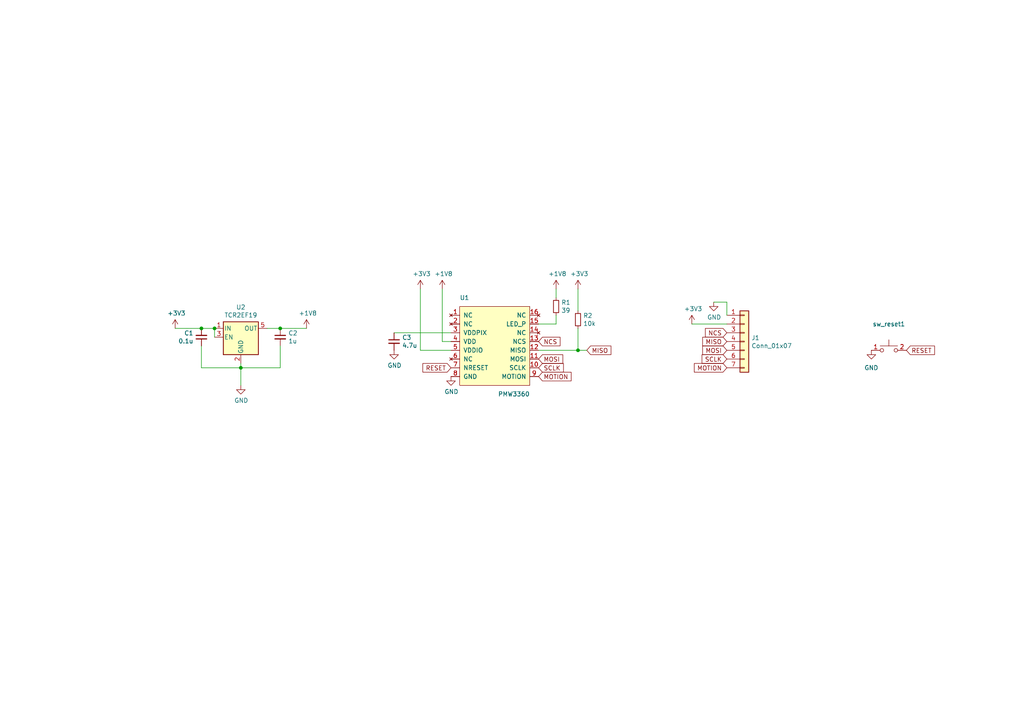
<source format=kicad_sch>
(kicad_sch (version 20211123) (generator eeschema)
  (paper "A4")
  (lib_symbols
    (symbol "Connector_Generic:Conn_01x07" (pin_names (offset 1.016) hide)
      (property "Reference" "J" (at 0 10.16 0))
      (property "Value" "Conn_01x07" (at 0 -10.16 0))
      (symbol "Conn_01x07_1_1"
        (rectangle (start -1.27 -7.493) (end 0 -7.747) (stroke (width 0.1524)))
        (rectangle (start -1.27 -4.953) (end 0 -5.207) (stroke (width 0.1524)))
        (rectangle (start -1.27 -2.413) (end 0 -2.667) (stroke (width 0.1524)))
        (rectangle (start -1.27 0.127) (end 0 -0.127) (stroke (width 0.1524)))
        (rectangle (start -1.27 2.667) (end 0 2.413) (stroke (width 0.1524)))
        (rectangle (start -1.27 5.207) (end 0 4.953) (stroke (width 0.1524)))
        (rectangle (start -1.27 7.747) (end 0 7.493) (stroke (width 0.1524)))
        (rectangle (start -1.27 8.89) (end 1.27 -8.89) (stroke (width 0.254)) (fill (type background)))
        (pin passive line (at -5.08 7.62 0) (length 3.81) (name "Pin_1") (number "1"))
        (pin passive line (at -5.08 5.08 0) (length 3.81) (name "Pin_2") (number "2"))
        (pin passive line (at -5.08 2.54 0) (length 3.81) (name "Pin_3") (number "3"))
        (pin passive line (at -5.08 0 0) (length 3.81) (name "Pin_4") (number "4"))
        (pin passive line (at -5.08 -2.54 0) (length 3.81) (name "Pin_5") (number "5"))
        (pin passive line (at -5.08 -5.08 0) (length 3.81) (name "Pin_6") (number "6"))
        (pin passive line (at -5.08 -7.62 0) (length 3.81) (name "Pin_7") (number "7"))
      )
    )
    (symbol "Device:C_Small" (pin_numbers hide) (pin_names (offset 0.254) hide)
      (property "Reference" "C" (at 0.254 1.778 0))
      (property "Value" "C_Small" (at 0.254 -2.032 0))
      (symbol "C_Small_0_1"
        (polyline (pts (xy -1.524 -0.508) (xy 1.524 -0.508)) (stroke (width 0.3302)))
        (polyline (pts (xy -1.524 0.508) (xy 1.524 0.508)) (stroke (width 0.3048)))
      )
      (symbol "C_Small_1_1"
        (pin passive line (at 0 2.54 270) (length 2.032) (name "~") (number "1"))
        (pin passive line (at 0 -2.54 90) (length 2.032) (name "~") (number "2"))
      )
    )
    (symbol "Device:R_Small" (pin_numbers hide) (pin_names (offset 0.254) hide)
      (property "Reference" "R" (at 0.762 0.508 0))
      (property "Value" "R_Small" (at 0.762 -1.016 0))
      (symbol "R_Small_0_1"
        (rectangle (start -0.762 1.778) (end 0.762 -1.778) (stroke (width 0.2032)))
      )
      (symbol "R_Small_1_1"
        (pin passive line (at 0 2.54 270) (length 0.762) (name "~") (number "1"))
        (pin passive line (at 0 -2.54 90) (length 0.762) (name "~") (number "2"))
      )
    )
    (symbol "PMW3360:PMW3360" (pin_names (offset 1.016))
      (property "Reference" "U" (at -10.16 15.24 0))
      (property "Value" "PMW3360" (at 10.16 -12.7 0))
      (symbol "PMW3360_0_0"
        (pin no_connect line (at -12.7 10.16 0) (length 2.54) (name "NC") (number "1"))
        (pin unspecified line (at 12.7 -5.08 180) (length 2.54) (name "SCLK") (number "10"))
        (pin unspecified line (at 12.7 -2.54 180) (length 2.54) (name "MOSI") (number "11"))
        (pin unspecified line (at 12.7 0 180) (length 2.54) (name "MISO") (number "12"))
        (pin unspecified line (at 12.7 2.54 180) (length 2.54) (name "NCS") (number "13"))
        (pin no_connect line (at 12.7 5.08 180) (length 2.54) (name "NC") (number "14"))
        (pin unspecified line (at 12.7 7.62 180) (length 2.54) (name "LED_P") (number "15"))
        (pin no_connect line (at 12.7 10.16 180) (length 2.54) (name "NC") (number "16"))
        (pin no_connect line (at -12.7 7.62 0) (length 2.54) (name "NC") (number "2"))
        (pin unspecified line (at -12.7 5.08 0) (length 2.54) (name "VDDPIX") (number "3"))
        (pin unspecified line (at -12.7 2.54 0) (length 2.54) (name "VDD") (number "4"))
        (pin unspecified line (at -12.7 0 0) (length 2.54) (name "VDDIO") (number "5"))
        (pin no_connect line (at -12.7 -2.54 0) (length 2.54) (name "NC") (number "6"))
        (pin unspecified line (at -12.7 -5.08 0) (length 2.54) (name "NRESET") (number "7"))
        (pin unspecified line (at -12.7 -7.62 0) (length 2.54) (name "GND") (number "8"))
        (pin unspecified line (at 12.7 -7.62 180) (length 2.54) (name "MOTION") (number "9"))
      )
      (symbol "PMW3360_0_1"
        (rectangle (start -10.16 12.7) (end 10.16 -10.16) (fill (type background)))
      )
    )
    (symbol "Regulator_Linear:TLV70218_SOT23-5" (pin_names (offset 0.254))
      (property "Reference" "U" (at -3.81 5.715 0))
      (property "Value" "TLV70218_SOT23-5" (at 0 5.715 0))
      (symbol "TLV70218_SOT23-5_0_1"
        (rectangle (start -5.08 4.445) (end 5.08 -5.08) (stroke (width 0.254)) (fill (type background)))
      )
      (symbol "TLV70218_SOT23-5_1_1"
        (pin power_in line (at -7.62 2.54 0) (length 2.54) (name "IN") (number "1"))
        (pin power_in line (at 0 -7.62 90) (length 2.54) (name "GND") (number "2"))
        (pin input line (at -7.62 0 0) (length 2.54) (name "EN") (number "3"))
        (pin no_connect line (at 5.08 0 180) (length 2.54) hide (name "NC") (number "4"))
        (pin power_out line (at 7.62 2.54 180) (length 2.54) (name "OUT") (number "5"))
      )
    )
    (symbol "mysymbol:SW_RESET-kbd" (pin_names (offset 1.016) hide)
      (property "Reference" "RSW?" (at 0 7.239 0))
      (property "Value" "SW_RESET-kbd" (at 0 4.9276 0))
      (symbol "SW_RESET-kbd_0_1"
        (circle (center -2.032 0) (radius 0.508))
        (polyline (pts (xy 0 1.27) (xy 0 3.048)))
        (polyline (pts (xy 2.54 1.27) (xy -2.54 1.27)))
        (circle (center 2.032 0) (radius 0.508))
        (pin passive line (at -5.08 0 0) (length 2.54) (name "1") (number "1"))
        (pin passive line (at 5.08 0 180) (length 2.54) (name "2") (number "2"))
      )
    )
    (symbol "power:+1V8" (power) (pin_names (offset 0))
      (property "Value" "+1V8" (at 0 3.556 0))
      (symbol "+1V8_0_1"
        (polyline (pts (xy -0.762 1.27) (xy 0 2.54)))
        (polyline (pts (xy 0 0) (xy 0 2.54)))
        (polyline (pts (xy 0 2.54) (xy 0.762 1.27)))
      )
      (symbol "+1V8_1_1"
        (pin power_in line (at 0 0 90) (length 0) hide (name "+1V8") (number "1"))
      )
    )
    (symbol "power:+3V3" (power) (pin_names (offset 0))
      (property "Value" "+3V3" (at 0 3.556 0))
      (symbol "+3V3_0_1"
        (polyline (pts (xy -0.762 1.27) (xy 0 2.54)))
        (polyline (pts (xy 0 0) (xy 0 2.54)))
        (polyline (pts (xy 0 2.54) (xy 0.762 1.27)))
      )
      (symbol "+3V3_1_1"
        (pin power_in line (at 0 0 90) (length 0) hide (name "+3V3") (number "1"))
      )
    )
    (symbol "power:GND" (power) (pin_names (offset 0))
      (property "Value" "GND" (at 0 -3.81 0))
      (symbol "GND_0_1"
        (polyline (pts (xy 0 0) (xy 0 -1.27) (xy 1.27 -1.27) (xy 0 -2.54) (xy -1.27 -1.27) (xy 0 -1.27)))
      )
      (symbol "GND_1_1"
        (pin power_in line (at 0 0 270) (length 0) hide (name "GND") (number "1"))
      )
    )
  )
  (junction (at 58.42 95.25))
  (junction (at 167.64 101.6))
  (junction (at 69.85 106.68))
  (junction (at 81.28 95.25))
  (junction (at 62.23 95.25))
  (wire (pts (xy 69.85 105.41) (xy 69.85 106.68)))
  (wire (pts (xy 81.28 100.33) (xy 81.28 106.68)))
  (wire (pts (xy 58.42 106.68) (xy 69.85 106.68)))
  (wire (pts (xy 167.64 95.25) (xy 167.64 101.6)))
  (wire (pts (xy 156.21 93.98) (xy 161.29 93.98)))
  (wire (pts (xy 69.85 106.68) (xy 69.85 111.76)))
  (wire (pts (xy 130.81 101.6) (xy 121.92 101.6)))
  (wire (pts (xy 81.28 106.68) (xy 69.85 106.68)))
  (wire (pts (xy 121.92 101.6) (xy 121.92 83.82)))
  (wire (pts (xy 88.9 95.25) (xy 81.28 95.25)))
  (wire (pts (xy 62.23 97.79) (xy 62.23 95.25)))
  (wire (pts (xy 210.82 87.63) (xy 207.01 87.63)))
  (wire (pts (xy 167.64 101.6) (xy 170.18 101.6)))
  (wire (pts (xy 58.42 95.25) (xy 62.23 95.25)))
  (wire (pts (xy 128.27 99.06) (xy 128.27 83.82)))
  (wire (pts (xy 161.29 93.98) (xy 161.29 91.44)))
  (wire (pts (xy 58.42 100.33) (xy 58.42 106.68)))
  (wire (pts (xy 210.82 91.44) (xy 210.82 87.63)))
  (wire (pts (xy 167.64 83.82) (xy 167.64 90.17)))
  (wire (pts (xy 130.81 99.06) (xy 128.27 99.06)))
  (wire (pts (xy 156.21 101.6) (xy 167.64 101.6)))
  (wire (pts (xy 50.8 95.25) (xy 58.42 95.25)))
  (wire (pts (xy 114.3 96.52) (xy 130.81 96.52)))
  (wire (pts (xy 161.29 86.36) (xy 161.29 83.82)))
  (wire (pts (xy 200.66 93.98) (xy 210.82 93.98)))
  (wire (pts (xy 77.47 95.25) (xy 81.28 95.25)))
  (global_label "SCLK" (shape input) (at 210.82 104.14 180) (property "Intersheet References" "${INTERSHEET_REFS}" (effects hide)))
  (global_label "MOSI" (shape input) (at 156.21 104.14 0) (property "Intersheet References" "${INTERSHEET_REFS}" (effects hide)))
  (global_label "RESET" (shape input) (at 130.81 106.68 180) (property "Intersheet References" "${INTERSHEET_REFS}" (effects hide)))
  (global_label "NCS" (shape input) (at 156.21 99.06 0) (property "Intersheet References" "${INTERSHEET_REFS}" (effects hide)))
  (global_label "MOTION" (shape input) (at 210.82 106.68 180) (property "Intersheet References" "${INTERSHEET_REFS}" (effects hide)))
  (global_label "MOTION" (shape input) (at 156.21 109.22 0) (property "Intersheet References" "${INTERSHEET_REFS}" (effects hide)))
  (global_label "SCLK" (shape input) (at 156.21 106.68 0) (property "Intersheet References" "${INTERSHEET_REFS}" (effects hide)))
  (global_label "MISO" (shape input) (at 210.82 99.06 180) (property "Intersheet References" "${INTERSHEET_REFS}" (effects hide)))
  (global_label "MOSI" (shape input) (at 210.82 101.6 180) (property "Intersheet References" "${INTERSHEET_REFS}" (effects hide)))
  (global_label "RESET" (shape input) (at 262.89 101.6 0) (property "Intersheet References" "${INTERSHEET_REFS}" (effects hide)))
  (global_label "MISO" (shape input) (at 170.18 101.6 0) (property "Intersheet References" "${INTERSHEET_REFS}" (effects hide)))
  (global_label "NCS" (shape input) (at 210.82 96.52 180) (property "Intersheet References" "${INTERSHEET_REFS}" (effects hide)))
  (symbol (lib_id "PMW3360:PMW3360") (at 143.51 101.6 0) (unit 1)
    (property "Reference" "U1" (at 133.35 86.36 0) (effects (justify left)))
    (property "Value" "PMW3360" (at 153.67 114.3 0) (effects (justify right)))
    (property "Footprint" "PMW3360:PMW3360" (effects hide))
  )
  (symbol (lib_id "Regulator_Linear:TLV70218_SOT23-5") (at 69.85 97.79 0) (unit 1)
    (property "Reference" "U2" (at 69.85 89.1032 0))
    (property "Value" "TCR2EF19" (at 69.85 91.4146 0))
    (property "Footprint" "Package_TO_SOT_SMD:SOT-23-5" (effects hide))
    (property "LCSC" "C146366" (effects hide))
  )
  (symbol (lib_id "Connector_Generic:Conn_01x07") (at 215.9 99.06 0) (unit 1)
    (property "Reference" "J1" (at 217.932 97.9932 0) (effects (justify left)))
    (property "Value" "Conn_01x07" (at 217.932 100.3046 0) (effects (justify left)))
    (property "Footprint" "Connector_PinHeader_2.54mm:PinHeader_1x07_P2.54mm_Vertical" (effects hide))
  )
  (symbol (lib_id "Device:C_Small") (at 81.28 97.79 0) (unit 1)
    (property "Reference" "C2" (at 83.6168 96.6216 0) (effects (justify left)))
    (property "Value" "1u" (at 83.6168 98.933 0) (effects (justify left)))
    (property "Footprint" "Capacitor_SMD:C_0603_1608Metric" (effects hide))
    (property "LCSC" "C15849" (effects hide))
  )
  (symbol (lib_id "Device:C_Small") (at 58.42 97.79 0) (mirror x) (unit 1)
    (property "Reference" "C1" (at 56.1086 96.6216 0) (effects (justify right)))
    (property "Value" "0.1u" (at 56.1086 98.933 0) (effects (justify right)))
    (property "Footprint" "Capacitor_SMD:C_0603_1608Metric" (effects hide))
    (property "LCSC" "C14663" (effects hide))
  )
  (symbol (lib_id "power:GND") (at 69.85 111.76 0) (unit 1)
    (property "Reference" "#PWR0101" (effects hide))
    (property "Value" "GND" (at 69.977 116.1542 0))
  )
  (symbol (lib_id "power:+1V8") (at 88.9 95.25 0) (unit 1)
    (property "Reference" "#PWR0102" (effects hide))
    (property "Value" "+1V8" (at 89.281 90.8558 0))
  )
  (symbol (lib_id "Device:C_Small") (at 114.3 99.06 0) (unit 1)
    (property "Reference" "C3" (at 116.6368 97.8916 0) (effects (justify left)))
    (property "Value" "4.7u" (at 116.6368 100.203 0) (effects (justify left)))
    (property "Footprint" "Capacitor_SMD:C_0603_1608Metric" (effects hide))
    (property "LCSC" "C19666" (effects hide))
  )
  (symbol (lib_id "power:GND") (at 114.3 101.6 0) (unit 1)
    (property "Reference" "#PWR0103" (effects hide))
    (property "Value" "GND" (at 114.427 105.9942 0))
  )
  (symbol (lib_id "power:+3V3") (at 50.8 95.25 0) (unit 1)
    (property "Reference" "#PWR0104" (effects hide))
    (property "Value" "+3V3" (at 51.181 90.8558 0))
  )
  (symbol (lib_id "power:+3V3") (at 121.92 83.82 0) (unit 1)
    (property "Reference" "#PWR0105" (effects hide))
    (property "Value" "+3V3" (at 122.301 79.4258 0))
  )
  (symbol (lib_id "power:+1V8") (at 128.27 83.82 0) (unit 1)
    (property "Reference" "#PWR0106" (effects hide))
    (property "Value" "+1V8" (at 128.651 79.4258 0))
  )
  (symbol (lib_id "power:GND") (at 130.81 109.22 0) (unit 1)
    (property "Reference" "#PWR0107" (effects hide))
    (property "Value" "GND" (at 130.937 113.6142 0))
  )
  (symbol (lib_id "power:+3V3") (at 200.66 93.98 0) (unit 1)
    (property "Reference" "#PWR0108" (effects hide))
    (property "Value" "+3V3" (at 201.041 89.5858 0))
  )
  (symbol (lib_id "power:GND") (at 207.01 87.63 0) (unit 1)
    (property "Reference" "#PWR0109" (effects hide))
    (property "Value" "GND" (at 207.137 92.0242 0))
  )
  (symbol (lib_id "Device:R_Small") (at 167.64 92.71 0) (unit 1)
    (property "Reference" "R2" (at 169.1386 91.5416 0) (effects (justify left)))
    (property "Value" "10k" (at 169.1386 93.853 0) (effects (justify left)))
    (property "Footprint" "Resistor_SMD:R_0603_1608Metric" (effects hide))
    (property "LCSC" "C25804" (effects hide))
  )
  (symbol (lib_id "power:+3V3") (at 167.64 83.82 0) (unit 1)
    (property "Reference" "#PWR0110" (effects hide))
    (property "Value" "+3V3" (at 168.021 79.4258 0))
  )
  (symbol (lib_id "power:+1V8") (at 161.29 83.82 0) (unit 1)
    (property "Reference" "#PWR0111" (effects hide))
    (property "Value" "+1V8" (at 161.671 79.4258 0))
  )
  (symbol (lib_id "Device:R_Small") (at 161.29 88.9 0) (unit 1)
    (property "Reference" "R1" (at 162.7886 87.7316 0) (effects (justify left)))
    (property "Value" "39" (at 162.7886 90.043 0) (effects (justify left)))
    (property "Footprint" "Resistor_SMD:R_0603_1608Metric" (effects hide))
    (property "LCSC" "C137733" (effects hide))
  )
  (symbol (lib_id "mysymbol:SW_RESET-kbd") (at 257.81 101.6 0) (unit 1)
    (property "Reference" "sw_reset1" (at 257.81 93.98 0))
    (property "Value" "SW_RESET-kbd" (effects hide))
    (property "Footprint" "mylib:SW_B3U-1000P_reversible" (effects hide))
  )
  (symbol (lib_id "power:GND") (at 252.73 101.6 0) (unit 1)
    (property "Reference" "#PWR0112" (effects hide))
    (property "Value" "GND" (at 252.73 106.68 0))
  )
)
</source>
